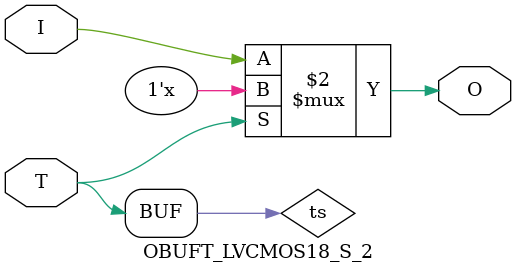
<source format=v>

/*

FUNCTION	: TRI-STATE OUTPUT BUFFER

*/

`celldefine
`timescale  100 ps / 10 ps

module OBUFT_LVCMOS18_S_2 (O, I, T);

    output O;

    input  I, T;

    or O1 (ts, 1'b0, T);
    bufif0 T1 (O, I, ts);

endmodule

</source>
